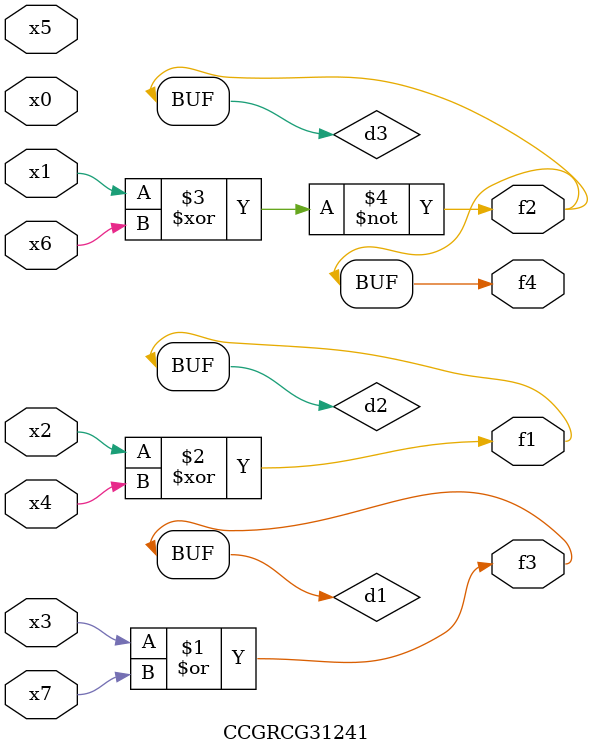
<source format=v>
module CCGRCG31241(
	input x0, x1, x2, x3, x4, x5, x6, x7,
	output f1, f2, f3, f4
);

	wire d1, d2, d3;

	or (d1, x3, x7);
	xor (d2, x2, x4);
	xnor (d3, x1, x6);
	assign f1 = d2;
	assign f2 = d3;
	assign f3 = d1;
	assign f4 = d3;
endmodule

</source>
